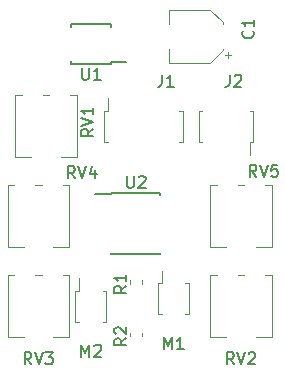
<source format=gbr>
G04 #@! TF.GenerationSoftware,KiCad,Pcbnew,(6.0.0-rc1-dev-713-g90df7a8b2)*
G04 #@! TF.CreationDate,2018-10-17T01:14:51-05:00*
G04 #@! TF.ProjectId,motores,6D6F746F7265732E6B696361645F7063,rev?*
G04 #@! TF.SameCoordinates,Original*
G04 #@! TF.FileFunction,Legend,Top*
G04 #@! TF.FilePolarity,Positive*
%FSLAX46Y46*%
G04 Gerber Fmt 4.6, Leading zero omitted, Abs format (unit mm)*
G04 Created by KiCad (PCBNEW (6.0.0-rc1-dev-713-g90df7a8b2)) date mié 17 oct 2018 01:14:51 CDT*
%MOMM*%
%LPD*%
G01*
G04 APERTURE LIST*
%ADD10C,0.120000*%
%ADD11C,0.150000*%
G04 APERTURE END LIST*
D10*
G04 #@! TO.C,M2*
X147580000Y-72985000D02*
X147580000Y-71905000D01*
X149600000Y-75605000D02*
X149900000Y-75605000D01*
X147280000Y-75605000D02*
X147580000Y-75605000D01*
X149900000Y-75605000D02*
X149900000Y-72985000D01*
X149600000Y-72985000D02*
X149900000Y-72985000D01*
X147280000Y-72985000D02*
X147580000Y-72985000D01*
X147280000Y-75605000D02*
X147280000Y-72985000D01*
G04 #@! TO.C,M1*
X154565000Y-72350000D02*
X154565000Y-71270000D01*
X156585000Y-74970000D02*
X156885000Y-74970000D01*
X154265000Y-74970000D02*
X154565000Y-74970000D01*
X156885000Y-74970000D02*
X156885000Y-72350000D01*
X156585000Y-72350000D02*
X156885000Y-72350000D01*
X154265000Y-72350000D02*
X154565000Y-72350000D01*
X154265000Y-74970000D02*
X154265000Y-72350000D01*
G04 #@! TO.C,J2*
X162030000Y-60365000D02*
X162030000Y-61445000D01*
X158010000Y-57745000D02*
X157710000Y-57745000D01*
X162330000Y-57745000D02*
X162030000Y-57745000D01*
X157710000Y-57745000D02*
X157710000Y-60365000D01*
X158010000Y-60365000D02*
X157710000Y-60365000D01*
X162330000Y-60365000D02*
X162030000Y-60365000D01*
X162330000Y-57745000D02*
X162330000Y-60365000D01*
G04 #@! TO.C,C1*
X155220000Y-49175000D02*
X155220000Y-50375000D01*
X155220000Y-53695000D02*
X155220000Y-52495000D01*
X158675563Y-53695000D02*
X155220000Y-53695000D01*
X158675563Y-49175000D02*
X155220000Y-49175000D01*
X159740000Y-50239437D02*
X159740000Y-50375000D01*
X159740000Y-52630563D02*
X159740000Y-52495000D01*
X159740000Y-52630563D02*
X158675563Y-53695000D01*
X159740000Y-50239437D02*
X158675563Y-49175000D01*
X160480000Y-52995000D02*
X159980000Y-52995000D01*
X160230000Y-53245000D02*
X160230000Y-52745000D01*
G04 #@! TO.C,R1*
X151890000Y-72400279D02*
X151890000Y-72074721D01*
X152910000Y-72400279D02*
X152910000Y-72074721D01*
G04 #@! TO.C,R2*
X152910000Y-76845279D02*
X152910000Y-76519721D01*
X151890000Y-76845279D02*
X151890000Y-76519721D01*
G04 #@! TO.C,RV1*
X142160000Y-61675000D02*
X142160000Y-56435000D01*
X147400000Y-61675000D02*
X147400000Y-56435000D01*
X142160000Y-61675000D02*
X143540000Y-61675000D01*
X146020000Y-61675000D02*
X147400000Y-61675000D01*
X142160000Y-56435000D02*
X142741000Y-56435000D01*
X144520000Y-56435000D02*
X145040000Y-56435000D01*
X146820000Y-56435000D02*
X147400000Y-56435000D01*
G04 #@! TO.C,RV2*
X163330000Y-71675000D02*
X163910000Y-71675000D01*
X161030000Y-71675000D02*
X161550000Y-71675000D01*
X158670000Y-71675000D02*
X159251000Y-71675000D01*
X162530000Y-76915000D02*
X163910000Y-76915000D01*
X158670000Y-76915000D02*
X160050000Y-76915000D01*
X163910000Y-76915000D02*
X163910000Y-71675000D01*
X158670000Y-76915000D02*
X158670000Y-71675000D01*
G04 #@! TO.C,RV3*
X141525000Y-76915000D02*
X141525000Y-71675000D01*
X146765000Y-76915000D02*
X146765000Y-71675000D01*
X141525000Y-76915000D02*
X142905000Y-76915000D01*
X145385000Y-76915000D02*
X146765000Y-76915000D01*
X141525000Y-71675000D02*
X142106000Y-71675000D01*
X143885000Y-71675000D02*
X144405000Y-71675000D01*
X146185000Y-71675000D02*
X146765000Y-71675000D01*
G04 #@! TO.C,RV4*
X141525000Y-69295000D02*
X141525000Y-64055000D01*
X146765000Y-69295000D02*
X146765000Y-64055000D01*
X141525000Y-69295000D02*
X142905000Y-69295000D01*
X145385000Y-69295000D02*
X146765000Y-69295000D01*
X141525000Y-64055000D02*
X142106000Y-64055000D01*
X143885000Y-64055000D02*
X144405000Y-64055000D01*
X146185000Y-64055000D02*
X146765000Y-64055000D01*
G04 #@! TO.C,RV5*
X163330000Y-64055000D02*
X163910000Y-64055000D01*
X161030000Y-64055000D02*
X161550000Y-64055000D01*
X158670000Y-64055000D02*
X159251000Y-64055000D01*
X162530000Y-69295000D02*
X163910000Y-69295000D01*
X158670000Y-69295000D02*
X160050000Y-69295000D01*
X163910000Y-69295000D02*
X163910000Y-64055000D01*
X158670000Y-69295000D02*
X158670000Y-64055000D01*
D11*
G04 #@! TO.C,U1*
X150265000Y-53745000D02*
X150265000Y-53570000D01*
X146915000Y-53745000D02*
X146915000Y-53495000D01*
X146915000Y-50395000D02*
X146915000Y-50645000D01*
X150265000Y-50395000D02*
X150265000Y-50645000D01*
X150265000Y-53745000D02*
X146915000Y-53745000D01*
X150265000Y-50395000D02*
X146915000Y-50395000D01*
X150265000Y-53570000D02*
X151515000Y-53570000D01*
G04 #@! TO.C,U2*
X150325000Y-64735000D02*
X150325000Y-64785000D01*
X154475000Y-64735000D02*
X154475000Y-64880000D01*
X154475000Y-69885000D02*
X154475000Y-69740000D01*
X150325000Y-69885000D02*
X150325000Y-69740000D01*
X150325000Y-64735000D02*
X154475000Y-64735000D01*
X150325000Y-69885000D02*
X154475000Y-69885000D01*
X150325000Y-64785000D02*
X148925000Y-64785000D01*
D10*
G04 #@! TO.C,J1*
X149725000Y-60365000D02*
X149725000Y-57745000D01*
X149725000Y-57745000D02*
X150025000Y-57745000D01*
X156045000Y-57745000D02*
X156345000Y-57745000D01*
X156345000Y-60365000D02*
X156345000Y-57745000D01*
X149725000Y-60365000D02*
X150025000Y-60365000D01*
X156045000Y-60365000D02*
X156345000Y-60365000D01*
X150025000Y-57745000D02*
X150025000Y-56665000D01*
G04 #@! TO.C,M2*
D11*
X147780476Y-78557380D02*
X147780476Y-77557380D01*
X148113809Y-78271666D01*
X148447142Y-77557380D01*
X148447142Y-78557380D01*
X148875714Y-77652619D02*
X148923333Y-77605000D01*
X149018571Y-77557380D01*
X149256666Y-77557380D01*
X149351904Y-77605000D01*
X149399523Y-77652619D01*
X149447142Y-77747857D01*
X149447142Y-77843095D01*
X149399523Y-77985952D01*
X148828095Y-78557380D01*
X149447142Y-78557380D01*
G04 #@! TO.C,M1*
X154765476Y-77922380D02*
X154765476Y-76922380D01*
X155098809Y-77636666D01*
X155432142Y-76922380D01*
X155432142Y-77922380D01*
X156432142Y-77922380D02*
X155860714Y-77922380D01*
X156146428Y-77922380D02*
X156146428Y-76922380D01*
X156051190Y-77065238D01*
X155955952Y-77160476D01*
X155860714Y-77208095D01*
G04 #@! TO.C,J2*
X160321666Y-54697380D02*
X160321666Y-55411666D01*
X160274047Y-55554523D01*
X160178809Y-55649761D01*
X160035952Y-55697380D01*
X159940714Y-55697380D01*
X160750238Y-54792619D02*
X160797857Y-54745000D01*
X160893095Y-54697380D01*
X161131190Y-54697380D01*
X161226428Y-54745000D01*
X161274047Y-54792619D01*
X161321666Y-54887857D01*
X161321666Y-54983095D01*
X161274047Y-55125952D01*
X160702619Y-55697380D01*
X161321666Y-55697380D01*
G04 #@! TO.C,C1*
X162282142Y-50966666D02*
X162329761Y-51014285D01*
X162377380Y-51157142D01*
X162377380Y-51252380D01*
X162329761Y-51395238D01*
X162234523Y-51490476D01*
X162139285Y-51538095D01*
X161948809Y-51585714D01*
X161805952Y-51585714D01*
X161615476Y-51538095D01*
X161520238Y-51490476D01*
X161425000Y-51395238D01*
X161377380Y-51252380D01*
X161377380Y-51157142D01*
X161425000Y-51014285D01*
X161472619Y-50966666D01*
X162377380Y-50014285D02*
X162377380Y-50585714D01*
X162377380Y-50300000D02*
X161377380Y-50300000D01*
X161520238Y-50395238D01*
X161615476Y-50490476D01*
X161663095Y-50585714D01*
G04 #@! TO.C,R1*
X151582380Y-72556666D02*
X151106190Y-72890000D01*
X151582380Y-73128095D02*
X150582380Y-73128095D01*
X150582380Y-72747142D01*
X150630000Y-72651904D01*
X150677619Y-72604285D01*
X150772857Y-72556666D01*
X150915714Y-72556666D01*
X151010952Y-72604285D01*
X151058571Y-72651904D01*
X151106190Y-72747142D01*
X151106190Y-73128095D01*
X151582380Y-71604285D02*
X151582380Y-72175714D01*
X151582380Y-71890000D02*
X150582380Y-71890000D01*
X150725238Y-71985238D01*
X150820476Y-72080476D01*
X150868095Y-72175714D01*
G04 #@! TO.C,R2*
X151582380Y-77001666D02*
X151106190Y-77335000D01*
X151582380Y-77573095D02*
X150582380Y-77573095D01*
X150582380Y-77192142D01*
X150630000Y-77096904D01*
X150677619Y-77049285D01*
X150772857Y-77001666D01*
X150915714Y-77001666D01*
X151010952Y-77049285D01*
X151058571Y-77096904D01*
X151106190Y-77192142D01*
X151106190Y-77573095D01*
X150677619Y-76620714D02*
X150630000Y-76573095D01*
X150582380Y-76477857D01*
X150582380Y-76239761D01*
X150630000Y-76144523D01*
X150677619Y-76096904D01*
X150772857Y-76049285D01*
X150868095Y-76049285D01*
X151010952Y-76096904D01*
X151582380Y-76668333D01*
X151582380Y-76049285D01*
G04 #@! TO.C,RV1*
X148788380Y-59269238D02*
X148312190Y-59602571D01*
X148788380Y-59840666D02*
X147788380Y-59840666D01*
X147788380Y-59459714D01*
X147836000Y-59364476D01*
X147883619Y-59316857D01*
X147978857Y-59269238D01*
X148121714Y-59269238D01*
X148216952Y-59316857D01*
X148264571Y-59364476D01*
X148312190Y-59459714D01*
X148312190Y-59840666D01*
X147788380Y-58983523D02*
X148788380Y-58650190D01*
X147788380Y-58316857D01*
X148788380Y-57459714D02*
X148788380Y-58031142D01*
X148788380Y-57745428D02*
X147788380Y-57745428D01*
X147931238Y-57840666D01*
X148026476Y-57935904D01*
X148074095Y-58031142D01*
G04 #@! TO.C,RV2*
X160694761Y-79192380D02*
X160361428Y-78716190D01*
X160123333Y-79192380D02*
X160123333Y-78192380D01*
X160504285Y-78192380D01*
X160599523Y-78240000D01*
X160647142Y-78287619D01*
X160694761Y-78382857D01*
X160694761Y-78525714D01*
X160647142Y-78620952D01*
X160599523Y-78668571D01*
X160504285Y-78716190D01*
X160123333Y-78716190D01*
X160980476Y-78192380D02*
X161313809Y-79192380D01*
X161647142Y-78192380D01*
X161932857Y-78287619D02*
X161980476Y-78240000D01*
X162075714Y-78192380D01*
X162313809Y-78192380D01*
X162409047Y-78240000D01*
X162456666Y-78287619D01*
X162504285Y-78382857D01*
X162504285Y-78478095D01*
X162456666Y-78620952D01*
X161885238Y-79192380D01*
X162504285Y-79192380D01*
G04 #@! TO.C,RV3*
X143549761Y-79192380D02*
X143216428Y-78716190D01*
X142978333Y-79192380D02*
X142978333Y-78192380D01*
X143359285Y-78192380D01*
X143454523Y-78240000D01*
X143502142Y-78287619D01*
X143549761Y-78382857D01*
X143549761Y-78525714D01*
X143502142Y-78620952D01*
X143454523Y-78668571D01*
X143359285Y-78716190D01*
X142978333Y-78716190D01*
X143835476Y-78192380D02*
X144168809Y-79192380D01*
X144502142Y-78192380D01*
X144740238Y-78192380D02*
X145359285Y-78192380D01*
X145025952Y-78573333D01*
X145168809Y-78573333D01*
X145264047Y-78620952D01*
X145311666Y-78668571D01*
X145359285Y-78763809D01*
X145359285Y-79001904D01*
X145311666Y-79097142D01*
X145264047Y-79144761D01*
X145168809Y-79192380D01*
X144883095Y-79192380D01*
X144787857Y-79144761D01*
X144740238Y-79097142D01*
G04 #@! TO.C,RV4*
X147232761Y-63444380D02*
X146899428Y-62968190D01*
X146661333Y-63444380D02*
X146661333Y-62444380D01*
X147042285Y-62444380D01*
X147137523Y-62492000D01*
X147185142Y-62539619D01*
X147232761Y-62634857D01*
X147232761Y-62777714D01*
X147185142Y-62872952D01*
X147137523Y-62920571D01*
X147042285Y-62968190D01*
X146661333Y-62968190D01*
X147518476Y-62444380D02*
X147851809Y-63444380D01*
X148185142Y-62444380D01*
X148947047Y-62777714D02*
X148947047Y-63444380D01*
X148708952Y-62396761D02*
X148470857Y-63111047D01*
X149089904Y-63111047D01*
G04 #@! TO.C,RV5*
X162599761Y-63317380D02*
X162266428Y-62841190D01*
X162028333Y-63317380D02*
X162028333Y-62317380D01*
X162409285Y-62317380D01*
X162504523Y-62365000D01*
X162552142Y-62412619D01*
X162599761Y-62507857D01*
X162599761Y-62650714D01*
X162552142Y-62745952D01*
X162504523Y-62793571D01*
X162409285Y-62841190D01*
X162028333Y-62841190D01*
X162885476Y-62317380D02*
X163218809Y-63317380D01*
X163552142Y-62317380D01*
X164361666Y-62317380D02*
X163885476Y-62317380D01*
X163837857Y-62793571D01*
X163885476Y-62745952D01*
X163980714Y-62698333D01*
X164218809Y-62698333D01*
X164314047Y-62745952D01*
X164361666Y-62793571D01*
X164409285Y-62888809D01*
X164409285Y-63126904D01*
X164361666Y-63222142D01*
X164314047Y-63269761D01*
X164218809Y-63317380D01*
X163980714Y-63317380D01*
X163885476Y-63269761D01*
X163837857Y-63222142D01*
G04 #@! TO.C,U1*
X147828095Y-54122380D02*
X147828095Y-54931904D01*
X147875714Y-55027142D01*
X147923333Y-55074761D01*
X148018571Y-55122380D01*
X148209047Y-55122380D01*
X148304285Y-55074761D01*
X148351904Y-55027142D01*
X148399523Y-54931904D01*
X148399523Y-54122380D01*
X149399523Y-55122380D02*
X148828095Y-55122380D01*
X149113809Y-55122380D02*
X149113809Y-54122380D01*
X149018571Y-54265238D01*
X148923333Y-54360476D01*
X148828095Y-54408095D01*
G04 #@! TO.C,U2*
X151638095Y-63262380D02*
X151638095Y-64071904D01*
X151685714Y-64167142D01*
X151733333Y-64214761D01*
X151828571Y-64262380D01*
X152019047Y-64262380D01*
X152114285Y-64214761D01*
X152161904Y-64167142D01*
X152209523Y-64071904D01*
X152209523Y-63262380D01*
X152638095Y-63357619D02*
X152685714Y-63310000D01*
X152780952Y-63262380D01*
X153019047Y-63262380D01*
X153114285Y-63310000D01*
X153161904Y-63357619D01*
X153209523Y-63452857D01*
X153209523Y-63548095D01*
X153161904Y-63690952D01*
X152590476Y-64262380D01*
X153209523Y-64262380D01*
G04 #@! TO.C,J1*
X154606666Y-54697380D02*
X154606666Y-55411666D01*
X154559047Y-55554523D01*
X154463809Y-55649761D01*
X154320952Y-55697380D01*
X154225714Y-55697380D01*
X155606666Y-55697380D02*
X155035238Y-55697380D01*
X155320952Y-55697380D02*
X155320952Y-54697380D01*
X155225714Y-54840238D01*
X155130476Y-54935476D01*
X155035238Y-54983095D01*
G04 #@! TD*
M02*

</source>
